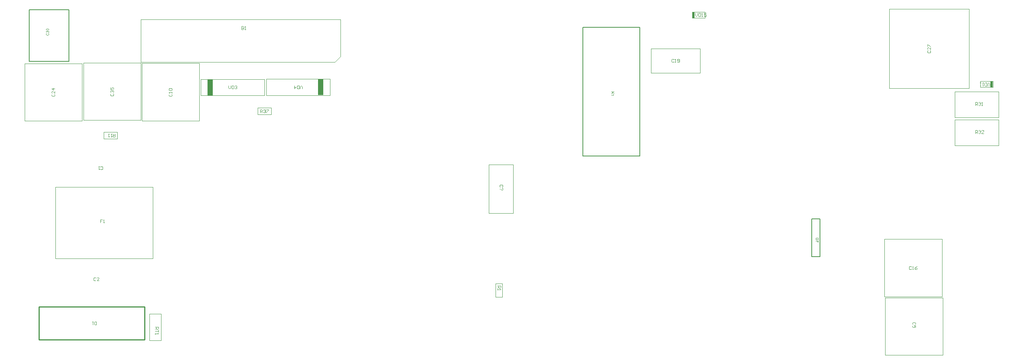
<source format=gbr>
%TF.GenerationSoftware,Altium Limited,Altium Designer,24.3.1 (35)*%
G04 Layer_Color=32768*
%FSLAX43Y43*%
%MOMM*%
%TF.SameCoordinates,2EF1D394-34E5-4190-8ABA-250447B0B6E5*%
%TF.FilePolarity,Positive*%
%TF.FileFunction,Other,Top_Assembly*%
%TF.Part,Single*%
G01*
G75*
%TA.AperFunction,NonConductor*%
%ADD88C,0.200*%
%ADD91C,0.254*%
%ADD129C,0.100*%
%ADD136R,0.575X1.375*%
%ADD137R,1.300X3.675*%
G36*
X12202Y74477D02*
X12213D01*
X12225Y74476D01*
X12238Y74475D01*
X12268Y74473D01*
X12298Y74468D01*
X12328Y74463D01*
X12342Y74459D01*
X12356Y74454D01*
X12357D01*
X12359Y74453D01*
X12362Y74451D01*
X12367Y74450D01*
X12373Y74448D01*
X12380Y74444D01*
X12396Y74437D01*
X12412Y74427D01*
X12431Y74415D01*
X12447Y74402D01*
X12463Y74385D01*
Y74384D01*
X12465Y74383D01*
X12467Y74380D01*
X12469Y74377D01*
X12471Y74372D01*
X12475Y74367D01*
X12482Y74353D01*
X12488Y74337D01*
X12494Y74317D01*
X12498Y74294D01*
X12500Y74269D01*
Y74260D01*
X12499Y74254D01*
X12498Y74246D01*
X12496Y74237D01*
X12494Y74227D01*
X12492Y74216D01*
X12488Y74205D01*
X12484Y74193D01*
X12479Y74181D01*
X12472Y74169D01*
X12465Y74157D01*
X12456Y74144D01*
X12445Y74133D01*
X12434Y74123D01*
X12433Y74122D01*
X12431Y74120D01*
X12426Y74118D01*
X12419Y74113D01*
X12410Y74108D01*
X12399Y74104D01*
X12386Y74097D01*
X12372Y74092D01*
X12355Y74086D01*
X12335Y74081D01*
X12314Y74075D01*
X12290Y74071D01*
X12264Y74066D01*
X12237Y74063D01*
X12206Y74061D01*
X12174Y74060D01*
X12173D01*
X12169D01*
X12163D01*
X12155D01*
X12145Y74061D01*
X12134D01*
X12122Y74062D01*
X12108Y74063D01*
X12079Y74066D01*
X12049Y74071D01*
X12018Y74076D01*
X12004Y74080D01*
X11991Y74083D01*
X11990D01*
X11988Y74084D01*
X11984Y74086D01*
X11979Y74088D01*
X11973Y74090D01*
X11967Y74094D01*
X11951Y74101D01*
X11934Y74110D01*
X11917Y74122D01*
X11899Y74136D01*
X11884Y74153D01*
Y74154D01*
X11882Y74155D01*
X11881Y74157D01*
X11879Y74161D01*
X11875Y74166D01*
X11872Y74171D01*
X11865Y74185D01*
X11858Y74202D01*
X11852Y74221D01*
X11848Y74244D01*
X11846Y74269D01*
Y74278D01*
X11847Y74288D01*
X11849Y74300D01*
X11852Y74314D01*
X11856Y74328D01*
X11860Y74344D01*
X11868Y74359D01*
Y74360D01*
X11869Y74361D01*
X11871Y74365D01*
X11876Y74373D01*
X11882Y74382D01*
X11892Y74392D01*
X11902Y74403D01*
X11914Y74414D01*
X11928Y74424D01*
X11930Y74425D01*
X11934Y74428D01*
X11943Y74432D01*
X11955Y74438D01*
X11968Y74444D01*
X11984Y74451D01*
X12003Y74458D01*
X12023Y74463D01*
X12024D01*
X12026Y74464D01*
X12028Y74465D01*
X12033Y74466D01*
X12039Y74467D01*
X12045Y74468D01*
X12053Y74470D01*
X12063Y74471D01*
X12073Y74473D01*
X12084Y74474D01*
X12097Y74475D01*
X12110Y74476D01*
X12125Y74477D01*
X12139D01*
X12156Y74478D01*
X12174D01*
X12175D01*
X12178D01*
X12185D01*
X12192D01*
X12202Y74477D01*
D02*
G37*
G36*
X12314Y73982D02*
X12322Y73981D01*
X12330Y73979D01*
X12339Y73977D01*
X12349Y73975D01*
X12372Y73968D01*
X12384Y73962D01*
X12395Y73957D01*
X12407Y73949D01*
X12419Y73941D01*
X12431Y73932D01*
X12442Y73921D01*
X12443Y73920D01*
X12445Y73918D01*
X12447Y73914D01*
X12451Y73910D01*
X12456Y73904D01*
X12460Y73897D01*
X12466Y73888D01*
X12470Y73878D01*
X12476Y73868D01*
X12482Y73856D01*
X12486Y73844D01*
X12491Y73830D01*
X12494Y73815D01*
X12497Y73800D01*
X12499Y73784D01*
X12500Y73766D01*
Y73758D01*
X12499Y73752D01*
X12498Y73745D01*
X12497Y73737D01*
X12495Y73728D01*
X12494Y73717D01*
X12488Y73695D01*
X12479Y73672D01*
X12473Y73660D01*
X12467Y73649D01*
X12458Y73638D01*
X12450Y73627D01*
X12449Y73626D01*
X12447Y73624D01*
X12445Y73621D01*
X12441Y73618D01*
X12436Y73614D01*
X12430Y73609D01*
X12423Y73604D01*
X12415Y73598D01*
X12406Y73593D01*
X12396Y73587D01*
X12374Y73577D01*
X12348Y73568D01*
X12335Y73566D01*
X12320Y73564D01*
X12310Y73642D01*
X12310D01*
X12312Y73643D01*
X12316Y73644D01*
X12321Y73645D01*
X12326Y73646D01*
X12333Y73648D01*
X12347Y73653D01*
X12363Y73659D01*
X12379Y73667D01*
X12394Y73677D01*
X12407Y73688D01*
X12408Y73690D01*
X12411Y73693D01*
X12416Y73701D01*
X12420Y73710D01*
X12426Y73721D01*
X12431Y73735D01*
X12434Y73751D01*
X12435Y73767D01*
Y73773D01*
X12434Y73777D01*
X12433Y73787D01*
X12431Y73800D01*
X12426Y73814D01*
X12420Y73830D01*
X12410Y73846D01*
X12397Y73861D01*
X12396Y73862D01*
X12390Y73867D01*
X12382Y73873D01*
X12371Y73880D01*
X12357Y73887D01*
X12341Y73893D01*
X12323Y73898D01*
X12302Y73899D01*
X12301D01*
X12299D01*
X12297D01*
X12293Y73899D01*
X12283Y73898D01*
X12271Y73895D01*
X12256Y73891D01*
X12241Y73885D01*
X12226Y73875D01*
X12212Y73863D01*
X12211Y73862D01*
X12207Y73857D01*
X12201Y73850D01*
X12195Y73839D01*
X12188Y73826D01*
X12183Y73811D01*
X12179Y73793D01*
X12177Y73774D01*
Y73765D01*
X12178Y73759D01*
X12179Y73751D01*
X12181Y73741D01*
X12183Y73730D01*
X12186Y73718D01*
X12116Y73728D01*
Y73732D01*
X12117Y73736D01*
Y73748D01*
X12115Y73758D01*
X12114Y73770D01*
X12111Y73784D01*
X12106Y73800D01*
X12100Y73814D01*
X12091Y73830D01*
Y73831D01*
X12090Y73832D01*
X12087Y73837D01*
X12080Y73843D01*
X12072Y73850D01*
X12060Y73858D01*
X12046Y73864D01*
X12030Y73869D01*
X12021Y73871D01*
X12011D01*
X12010D01*
X12009D01*
X12004D01*
X11996Y73869D01*
X11986Y73867D01*
X11975Y73863D01*
X11963Y73859D01*
X11951Y73851D01*
X11940Y73841D01*
X11939Y73840D01*
X11935Y73836D01*
X11930Y73829D01*
X11925Y73821D01*
X11920Y73810D01*
X11916Y73797D01*
X11912Y73782D01*
X11911Y73765D01*
Y73758D01*
X11913Y73750D01*
X11915Y73739D01*
X11918Y73727D01*
X11923Y73715D01*
X11930Y73702D01*
X11940Y73690D01*
X11941Y73689D01*
X11945Y73685D01*
X11952Y73679D01*
X11961Y73673D01*
X11973Y73666D01*
X11988Y73660D01*
X12005Y73654D01*
X12026Y73651D01*
X12012Y73572D01*
X12011D01*
X12008Y73573D01*
X12004Y73574D01*
X11999Y73575D01*
X11992Y73577D01*
X11985Y73580D01*
X11967Y73585D01*
X11947Y73594D01*
X11927Y73605D01*
X11907Y73619D01*
X11890Y73637D01*
X11889Y73638D01*
X11888Y73640D01*
X11886Y73642D01*
X11883Y73646D01*
X11880Y73651D01*
X11876Y73657D01*
X11872Y73664D01*
X11868Y73672D01*
X11860Y73691D01*
X11853Y73712D01*
X11848Y73737D01*
X11846Y73750D01*
Y73773D01*
X11847Y73783D01*
X11849Y73795D01*
X11852Y73810D01*
X11857Y73826D01*
X11862Y73843D01*
X11869Y73860D01*
Y73861D01*
X11870Y73862D01*
X11873Y73867D01*
X11879Y73875D01*
X11885Y73885D01*
X11894Y73896D01*
X11905Y73907D01*
X11917Y73918D01*
X11930Y73927D01*
X11932Y73928D01*
X11937Y73931D01*
X11945Y73935D01*
X11955Y73939D01*
X11967Y73944D01*
X11981Y73948D01*
X11997Y73950D01*
X12013Y73951D01*
X12015D01*
X12020D01*
X12028Y73950D01*
X12038Y73948D01*
X12050Y73946D01*
X12063Y73941D01*
X12076Y73936D01*
X12089Y73928D01*
X12090Y73927D01*
X12094Y73924D01*
X12101Y73919D01*
X12108Y73911D01*
X12116Y73902D01*
X12126Y73891D01*
X12134Y73878D01*
X12142Y73862D01*
Y73863D01*
X12143Y73865D01*
X12144Y73868D01*
X12145Y73872D01*
X12149Y73882D01*
X12154Y73895D01*
X12162Y73910D01*
X12171Y73924D01*
X12183Y73938D01*
X12197Y73951D01*
X12199Y73952D01*
X12204Y73956D01*
X12213Y73961D01*
X12225Y73967D01*
X12240Y73973D01*
X12258Y73978D01*
X12278Y73982D01*
X12300Y73983D01*
X12301D01*
X12304D01*
X12309D01*
X12314Y73982D01*
D02*
G37*
G36*
X12291Y73490D02*
X12297Y73488D01*
X12304Y73485D01*
X12312Y73482D01*
X12323Y73479D01*
X12334Y73474D01*
X12346Y73469D01*
X12372Y73456D01*
X12397Y73439D01*
X12410Y73429D01*
X12423Y73419D01*
X12434Y73408D01*
X12445Y73395D01*
X12446Y73394D01*
X12448Y73392D01*
X12450Y73387D01*
X12454Y73383D01*
X12458Y73375D01*
X12463Y73368D01*
X12468Y73358D01*
X12472Y73348D01*
X12478Y73335D01*
X12482Y73323D01*
X12487Y73309D01*
X12492Y73294D01*
X12495Y73278D01*
X12497Y73262D01*
X12499Y73244D01*
X12500Y73225D01*
Y73215D01*
X12499Y73208D01*
Y73200D01*
X12498Y73189D01*
X12496Y73178D01*
X12494Y73165D01*
X12490Y73139D01*
X12482Y73111D01*
X12472Y73083D01*
X12466Y73070D01*
X12458Y73057D01*
X12457Y73056D01*
X12457Y73054D01*
X12454Y73051D01*
X12450Y73047D01*
X12446Y73041D01*
X12441Y73035D01*
X12434Y73028D01*
X12427Y73020D01*
X12419Y73013D01*
X12410Y73005D01*
X12389Y72988D01*
X12364Y72972D01*
X12336Y72958D01*
X12335D01*
X12333Y72956D01*
X12328Y72955D01*
X12323Y72953D01*
X12315Y72951D01*
X12306Y72948D01*
X12296Y72944D01*
X12285Y72942D01*
X12273Y72939D01*
X12259Y72935D01*
X12230Y72931D01*
X12198Y72927D01*
X12164Y72925D01*
X12163D01*
X12160D01*
X12154D01*
X12148Y72926D01*
X12139D01*
X12129Y72927D01*
X12117Y72928D01*
X12105Y72930D01*
X12078Y72934D01*
X12049Y72941D01*
X12019Y72950D01*
X11991Y72963D01*
X11990Y72964D01*
X11987Y72965D01*
X11983Y72967D01*
X11979Y72970D01*
X11972Y72974D01*
X11965Y72979D01*
X11948Y72991D01*
X11930Y73006D01*
X11911Y73025D01*
X11893Y73046D01*
X11877Y73071D01*
X11876Y73072D01*
X11875Y73075D01*
X11873Y73078D01*
X11870Y73083D01*
X11868Y73090D01*
X11865Y73098D01*
X11861Y73107D01*
X11857Y73117D01*
X11854Y73128D01*
X11850Y73140D01*
X11844Y73166D01*
X11840Y73196D01*
X11838Y73226D01*
Y73236D01*
X11839Y73242D01*
X11840Y73250D01*
X11841Y73261D01*
X11842Y73271D01*
X11844Y73283D01*
X11850Y73308D01*
X11858Y73335D01*
X11864Y73349D01*
X11870Y73362D01*
X11879Y73375D01*
X11887Y73388D01*
X11888Y73389D01*
X11889Y73391D01*
X11892Y73395D01*
X11896Y73399D01*
X11901Y73404D01*
X11907Y73410D01*
X11915Y73417D01*
X11922Y73424D01*
X11931Y73432D01*
X11943Y73439D01*
X11954Y73447D01*
X11966Y73455D01*
X11979Y73461D01*
X11993Y73469D01*
X12008Y73474D01*
X12025Y73480D01*
X12044Y73397D01*
X12043D01*
X12041Y73396D01*
X12038Y73394D01*
X12033Y73392D01*
X12028Y73390D01*
X12020Y73387D01*
X12005Y73380D01*
X11989Y73371D01*
X11972Y73360D01*
X11956Y73346D01*
X11943Y73331D01*
X11941Y73329D01*
X11937Y73323D01*
X11932Y73314D01*
X11926Y73302D01*
X11920Y73286D01*
X11915Y73269D01*
X11911Y73248D01*
X11910Y73225D01*
Y73217D01*
X11911Y73213D01*
Y73206D01*
X11912Y73199D01*
X11915Y73181D01*
X11918Y73162D01*
X11925Y73141D01*
X11934Y73120D01*
X11946Y73101D01*
Y73100D01*
X11948Y73099D01*
X11953Y73092D01*
X11960Y73084D01*
X11971Y73074D01*
X11985Y73062D01*
X12001Y73051D01*
X12020Y73041D01*
X12041Y73031D01*
X12042D01*
X12044Y73030D01*
X12047Y73029D01*
X12052Y73029D01*
X12057Y73027D01*
X12064Y73025D01*
X12079Y73022D01*
X12098Y73018D01*
X12118Y73015D01*
X12140Y73013D01*
X12164Y73012D01*
X12165D01*
X12168D01*
X12173D01*
X12178D01*
X12185Y73013D01*
X12193D01*
X12202Y73014D01*
X12212Y73015D01*
X12235Y73017D01*
X12259Y73022D01*
X12283Y73028D01*
X12307Y73035D01*
X12308D01*
X12310Y73036D01*
X12312Y73038D01*
X12317Y73040D01*
X12328Y73045D01*
X12341Y73053D01*
X12356Y73064D01*
X12372Y73077D01*
X12385Y73091D01*
X12398Y73109D01*
Y73110D01*
X12399Y73112D01*
X12401Y73115D01*
X12403Y73118D01*
X12405Y73123D01*
X12408Y73128D01*
X12413Y73141D01*
X12419Y73158D01*
X12423Y73176D01*
X12427Y73197D01*
X12428Y73218D01*
Y73225D01*
X12427Y73230D01*
Y73237D01*
X12426Y73243D01*
X12422Y73260D01*
X12418Y73279D01*
X12410Y73299D01*
X12400Y73319D01*
X12395Y73329D01*
X12387Y73338D01*
X12386Y73339D01*
X12385Y73340D01*
X12383Y73343D01*
X12380Y73347D01*
X12375Y73350D01*
X12370Y73355D01*
X12364Y73360D01*
X12357Y73365D01*
X12348Y73371D01*
X12339Y73377D01*
X12330Y73383D01*
X12319Y73388D01*
X12307Y73393D01*
X12294Y73397D01*
X12280Y73402D01*
X12265Y73406D01*
X12286Y73491D01*
X12287D01*
X12291Y73490D01*
D02*
G37*
G36*
X140240Y60140D02*
X139922D01*
X140240Y59824D01*
Y59708D01*
X139980Y59976D01*
X139600Y59696D01*
Y59808D01*
X139923Y60035D01*
X139822Y60140D01*
X139600D01*
Y60225D01*
X140240D01*
Y60140D01*
D02*
G37*
G36*
X140082Y59596D02*
X140084Y59594D01*
X140084Y59591D01*
X140087Y59586D01*
X140090Y59581D01*
X140094Y59574D01*
X140103Y59558D01*
X140113Y59540D01*
X140126Y59521D01*
X140141Y59502D01*
X140157Y59483D01*
X140158Y59482D01*
X140158Y59481D01*
X140161Y59478D01*
X140164Y59474D01*
X140173Y59466D01*
X140184Y59455D01*
X140197Y59444D01*
X140212Y59432D01*
X140227Y59422D01*
X140243Y59412D01*
Y59361D01*
X139600D01*
Y59440D01*
X140100D01*
X140099Y59441D01*
X140096Y59446D01*
X140090Y59451D01*
X140084Y59460D01*
X140075Y59471D01*
X140066Y59484D01*
X140056Y59498D01*
X140046Y59515D01*
Y59516D01*
X140045Y59517D01*
X140041Y59522D01*
X140036Y59532D01*
X140031Y59543D01*
X140024Y59556D01*
X140018Y59569D01*
X140011Y59583D01*
X140006Y59597D01*
X140082D01*
Y59596D01*
D02*
G37*
G36*
X186440Y26904D02*
X186439Y26887D01*
X186438Y26869D01*
X186436Y26850D01*
X186433Y26832D01*
X186431Y26816D01*
Y26815D01*
X186430Y26813D01*
Y26811D01*
X186428Y26807D01*
X186425Y26797D01*
X186420Y26784D01*
X186414Y26769D01*
X186406Y26753D01*
X186396Y26738D01*
X186384Y26723D01*
X186383Y26722D01*
X186382Y26721D01*
X186380Y26718D01*
X186377Y26715D01*
X186368Y26705D01*
X186355Y26694D01*
X186339Y26682D01*
X186321Y26669D01*
X186299Y26657D01*
X186275Y26647D01*
X186274D01*
X186272Y26646D01*
X186269Y26644D01*
X186263Y26643D01*
X186257Y26641D01*
X186249Y26639D01*
X186241Y26637D01*
X186231Y26634D01*
X186221Y26631D01*
X186209Y26629D01*
X186183Y26625D01*
X186154Y26622D01*
X186123Y26621D01*
X186122D01*
X186120D01*
X186115D01*
X186111D01*
X186104Y26622D01*
X186097D01*
X186079Y26623D01*
X186059Y26626D01*
X186038Y26629D01*
X186015Y26633D01*
X185993Y26639D01*
X185992D01*
X185990Y26640D01*
X185988Y26641D01*
X185984Y26642D01*
X185974Y26645D01*
X185961Y26651D01*
X185946Y26656D01*
X185931Y26664D01*
X185916Y26673D01*
X185901Y26682D01*
X185899Y26683D01*
X185894Y26687D01*
X185888Y26692D01*
X185880Y26700D01*
X185870Y26708D01*
X185861Y26718D01*
X185851Y26728D01*
X185843Y26740D01*
X185842Y26742D01*
X185839Y26746D01*
X185835Y26752D01*
X185831Y26762D01*
X185825Y26773D01*
X185820Y26786D01*
X185815Y26801D01*
X185810Y26817D01*
Y26819D01*
X185809Y26822D01*
X185808Y26825D01*
X185807Y26834D01*
X185806Y26847D01*
X185804Y26862D01*
X185802Y26879D01*
X185801Y26899D01*
X185800Y26920D01*
Y27150D01*
X186440D01*
Y26904D01*
D02*
G37*
G36*
X186431Y26117D02*
X186370D01*
X186369Y26118D01*
X186367Y26120D01*
X186363Y26124D01*
X186357Y26127D01*
X186351Y26133D01*
X186344Y26140D01*
X186334Y26148D01*
X186323Y26156D01*
X186312Y26164D01*
X186299Y26175D01*
X186284Y26185D01*
X186270Y26195D01*
X186253Y26206D01*
X186235Y26217D01*
X186216Y26228D01*
X186197Y26239D01*
X186196Y26240D01*
X186192Y26242D01*
X186186Y26245D01*
X186178Y26249D01*
X186168Y26254D01*
X186157Y26260D01*
X186144Y26266D01*
X186129Y26273D01*
X186112Y26280D01*
X186096Y26288D01*
X186077Y26296D01*
X186058Y26303D01*
X186018Y26318D01*
X185976Y26332D01*
X185975D01*
X185972Y26333D01*
X185967Y26334D01*
X185962Y26335D01*
X185954Y26337D01*
X185945Y26339D01*
X185935Y26342D01*
X185924Y26344D01*
X185911Y26347D01*
X185897Y26349D01*
X185867Y26354D01*
X185835Y26359D01*
X185800Y26361D01*
Y26442D01*
X185801D01*
X185804D01*
X185807D01*
X185813Y26441D01*
X185820D01*
X185830Y26440D01*
X185840Y26439D01*
X185851Y26438D01*
X185864Y26436D01*
X185877Y26434D01*
X185892Y26432D01*
X185908Y26429D01*
X185925Y26426D01*
X185943Y26422D01*
X185981Y26413D01*
X185982D01*
X185986Y26412D01*
X185991Y26410D01*
X186000Y26408D01*
X186009Y26405D01*
X186020Y26401D01*
X186033Y26397D01*
X186047Y26392D01*
X186063Y26386D01*
X186078Y26381D01*
X186113Y26367D01*
X186150Y26350D01*
X186187Y26332D01*
X186188Y26331D01*
X186192Y26329D01*
X186197Y26326D01*
X186204Y26323D01*
X186212Y26318D01*
X186223Y26311D01*
X186234Y26305D01*
X186246Y26298D01*
X186272Y26280D01*
X186300Y26262D01*
X186329Y26240D01*
X186356Y26218D01*
Y26531D01*
X186431D01*
Y26117D01*
D02*
G37*
%LPC*%
G36*
X12202Y74398D02*
X12174D01*
X12173D01*
X12172D01*
X12167D01*
X12159D01*
X12148Y74397D01*
X12136D01*
X12121Y74396D01*
X12105Y74395D01*
X12088Y74393D01*
X12053Y74389D01*
X12035Y74386D01*
X12018Y74382D01*
X12003Y74378D01*
X11988Y74373D01*
X11975Y74367D01*
X11964Y74361D01*
X11963D01*
X11962Y74359D01*
X11959Y74357D01*
X11955Y74354D01*
X11947Y74346D01*
X11937Y74336D01*
X11928Y74322D01*
X11919Y74306D01*
X11916Y74298D01*
X11913Y74289D01*
X11912Y74279D01*
X11911Y74268D01*
Y74263D01*
X11912Y74259D01*
X11914Y74249D01*
X11917Y74237D01*
X11922Y74223D01*
X11930Y74208D01*
X11936Y74201D01*
X11942Y74193D01*
X11949Y74187D01*
X11957Y74181D01*
X11958D01*
X11960Y74179D01*
X11964Y74177D01*
X11968Y74174D01*
X11976Y74171D01*
X11984Y74168D01*
X11994Y74165D01*
X12006Y74161D01*
X12020Y74157D01*
X12036Y74154D01*
X12053Y74150D01*
X12073Y74147D01*
X12095Y74144D01*
X12119Y74143D01*
X12145Y74142D01*
X12174Y74141D01*
X12175D01*
X12180D01*
X12188D01*
X12200Y74142D01*
X12212D01*
X12226Y74143D01*
X12242Y74144D01*
X12259Y74145D01*
X12295Y74150D01*
X12312Y74153D01*
X12329Y74157D01*
X12345Y74160D01*
X12359Y74166D01*
X12372Y74171D01*
X12384Y74178D01*
X12384D01*
X12385Y74180D01*
X12392Y74184D01*
X12400Y74193D01*
X12409Y74203D01*
X12419Y74217D01*
X12427Y74232D01*
X12433Y74250D01*
X12434Y74259D01*
X12435Y74269D01*
Y74275D01*
X12434Y74279D01*
X12433Y74288D01*
X12429Y74301D01*
X12422Y74315D01*
X12413Y74330D01*
X12408Y74338D01*
X12400Y74345D01*
X12393Y74353D01*
X12384Y74360D01*
X12383D01*
X12381Y74362D01*
X12378Y74364D01*
X12373Y74365D01*
X12367Y74369D01*
X12359Y74372D01*
X12349Y74376D01*
X12338Y74379D01*
X12324Y74382D01*
X12310Y74386D01*
X12292Y74389D01*
X12274Y74392D01*
X12251Y74394D01*
X12228Y74396D01*
X12202Y74398D01*
D02*
G37*
G36*
X186364Y27065D02*
X185876D01*
Y26913D01*
X185877Y26907D01*
X185878Y26893D01*
X185879Y26877D01*
X185880Y26861D01*
X185883Y26844D01*
X185887Y26830D01*
X185888Y26828D01*
X185889Y26824D01*
X185892Y26817D01*
X185895Y26809D01*
X185901Y26800D01*
X185906Y26790D01*
X185913Y26781D01*
X185920Y26772D01*
X185922Y26771D01*
X185926Y26767D01*
X185932Y26762D01*
X185941Y26755D01*
X185953Y26748D01*
X185967Y26740D01*
X185983Y26732D01*
X186001Y26726D01*
X186002D01*
X186003Y26725D01*
X186006Y26724D01*
X186010Y26723D01*
X186014Y26722D01*
X186021Y26720D01*
X186027Y26718D01*
X186035Y26716D01*
X186053Y26714D01*
X186075Y26711D01*
X186099Y26709D01*
X186125Y26708D01*
X186125D01*
X186129D01*
X186134D01*
X186141Y26709D01*
X186149D01*
X186159Y26710D01*
X186170Y26711D01*
X186181Y26712D01*
X186206Y26716D01*
X186232Y26722D01*
X186256Y26730D01*
X186268Y26736D01*
X186278Y26741D01*
X186279D01*
X186281Y26743D01*
X186284Y26745D01*
X186287Y26747D01*
X186296Y26754D01*
X186308Y26764D01*
X186320Y26776D01*
X186332Y26789D01*
X186342Y26805D01*
X186350Y26822D01*
X186351Y26824D01*
X186352Y26828D01*
X186355Y26837D01*
X186357Y26849D01*
X186359Y26863D01*
X186362Y26882D01*
X186363Y26893D01*
Y26905D01*
X186364Y26917D01*
Y27065D01*
D02*
G37*
%LPD*%
D88*
X8000Y67125D02*
Y78725D01*
X17000D01*
Y67125D02*
Y78725D01*
X8000Y67125D02*
X17000D01*
X146050Y45625D02*
Y74825D01*
X133150Y45625D02*
X146050D01*
X133150D02*
Y74825D01*
X146050D01*
X184850Y31425D02*
X186750D01*
X184850Y22875D02*
Y31425D01*
Y22875D02*
X186750D01*
Y31425D01*
D91*
X34125Y4100D02*
Y11500D01*
X10225Y4100D02*
X34125D01*
X10225D02*
Y11500D01*
X34125D01*
D129*
X111950Y43750D02*
X117400D01*
X111950Y32675D02*
X117400D01*
Y43750D01*
X111950Y32675D02*
Y43750D01*
X217259Y48051D02*
Y53876D01*
X227134Y48051D02*
Y53876D01*
X217259D02*
X227134D01*
X217259Y48051D02*
X227134D01*
X202425Y60975D02*
X220425D01*
X202425D02*
Y78975D01*
X220425Y60975D02*
Y78975D01*
X202425D02*
X220425D01*
X217259Y54401D02*
X227134D01*
X217259Y60226D02*
X227134D01*
Y54401D02*
Y60226D01*
X217259Y54401D02*
Y60226D01*
X214350Y13825D02*
Y26825D01*
X201350Y13825D02*
X214350D01*
X201350Y26825D02*
X214350D01*
X201350Y13825D02*
Y26825D01*
X222975Y62575D02*
X225850D01*
X222975Y61225D02*
X225850D01*
X222975D02*
Y62575D01*
X225850Y61225D02*
Y62575D01*
X201500Y13600D02*
X214500D01*
Y600D02*
Y13600D01*
X201500Y600D02*
Y13600D01*
Y600D02*
X214500D01*
X6975Y53600D02*
X19975D01*
X6975D02*
Y66600D01*
X19975Y53600D02*
Y66600D01*
X6975D02*
X19975D01*
X27949Y49538D02*
Y51062D01*
X24901Y49538D02*
Y51062D01*
Y49538D02*
X27949D01*
X24901Y51062D02*
X27949D01*
X33475Y53625D02*
X46475D01*
X33475D02*
Y66625D01*
X46475Y53625D02*
Y66625D01*
X33475D02*
X46475D01*
X20275Y66750D02*
X33275D01*
Y53750D02*
Y66750D01*
X20275Y53750D02*
Y66750D01*
Y53750D02*
X33275D01*
X33241Y66925D02*
Y76600D01*
X78391D01*
X33241Y66925D02*
X77141D01*
X78391Y68175D01*
Y76600D01*
X113470Y13785D02*
Y16833D01*
X114994Y13785D02*
Y16833D01*
X113470Y13785D02*
X114994D01*
X113470Y16833D02*
X114994D01*
X13925Y22450D02*
Y38650D01*
X35975Y22450D02*
Y38650D01*
X13925D02*
X35975D01*
X13925Y22450D02*
X35975D01*
X35200Y9950D02*
X37800D01*
X35200Y3950D02*
X37800D01*
Y9950D01*
X35200Y3950D02*
Y9950D01*
X59701Y55063D02*
X62749D01*
X59701Y56587D02*
X62749D01*
Y55063D02*
Y56587D01*
X59701Y55063D02*
Y56587D01*
X148600Y64500D02*
X159675D01*
X148600Y69950D02*
X159675D01*
Y64500D02*
Y69950D01*
X148600Y64500D02*
Y69950D01*
X46841Y59375D02*
Y63050D01*
Y59375D02*
X61191D01*
Y60462D02*
Y61962D01*
Y59375D02*
Y60462D01*
Y61962D02*
Y63050D01*
X46841D02*
X61191D01*
X61641Y59400D02*
X75991D01*
X61641D02*
Y60487D01*
Y61987D02*
Y63075D01*
Y60487D02*
Y61987D01*
Y63075D02*
X75991D01*
Y59400D02*
Y63075D01*
X157875Y76925D02*
Y78275D01*
X160750Y76925D02*
Y78275D01*
X157875D02*
X160750D01*
X157875Y76925D02*
X160750D01*
X114933Y38658D02*
X115050Y38775D01*
Y39008D01*
X114933Y39125D01*
X114467D01*
X114350Y39008D01*
Y38775D01*
X114467Y38658D01*
X114933Y38425D02*
X115050Y38309D01*
Y38075D01*
X114933Y37959D01*
X114817D01*
X114583Y38192D01*
X114467D02*
X114350D01*
X221884Y50776D02*
Y51476D01*
X222234D01*
X222351Y51359D01*
Y51126D01*
X222234Y51009D01*
X221884D01*
X222117D02*
X222351Y50776D01*
X222584Y51359D02*
X222701Y51476D01*
X222934D01*
X223050Y51359D01*
Y51243D01*
X222934Y51126D01*
X222817D01*
X222934D01*
X223050Y51009D01*
Y50893D01*
X222934Y50776D01*
X222701D01*
X222584Y50893D01*
X223750Y50776D02*
X223284D01*
X223750Y51243D01*
Y51359D01*
X223634Y51476D01*
X223400D01*
X223284Y51359D01*
X211167Y69517D02*
X211050Y69400D01*
Y69167D01*
X211167Y69050D01*
X211633D01*
X211750Y69167D01*
Y69400D01*
X211633Y69517D01*
X211750Y70216D02*
Y69750D01*
X211283Y70216D01*
X211167D01*
X211050Y70100D01*
Y69866D01*
X211167Y69750D01*
X211050Y70450D02*
Y70916D01*
X211167D01*
X211633Y70450D01*
X211750D01*
X221884Y57126D02*
Y57826D01*
X222234D01*
X222351Y57709D01*
Y57476D01*
X222234Y57359D01*
X221884D01*
X222117D02*
X222351Y57126D01*
X222584Y57709D02*
X222701Y57826D01*
X222934D01*
X223050Y57709D01*
Y57592D01*
X222934Y57476D01*
X222817D01*
X222934D01*
X223050Y57359D01*
Y57243D01*
X222934Y57126D01*
X222701D01*
X222584Y57243D01*
X223284Y57126D02*
X223517D01*
X223400D01*
Y57826D01*
X223284Y57709D01*
X207392Y20583D02*
X207275Y20700D01*
X207042D01*
X206925Y20583D01*
Y20117D01*
X207042Y20000D01*
X207275D01*
X207392Y20117D01*
X207625Y20000D02*
X207858D01*
X207741D01*
Y20700D01*
X207625Y20583D01*
X208674Y20700D02*
X208441Y20583D01*
X208208Y20350D01*
Y20117D01*
X208325Y20000D01*
X208558D01*
X208674Y20117D01*
Y20233D01*
X208558Y20350D01*
X208208D01*
X225125Y61525D02*
Y61992D01*
X224892Y62225D01*
X224658Y61992D01*
Y61525D01*
X224425D02*
Y62225D01*
X224075D01*
X223959Y62108D01*
Y61642D01*
X224075Y61525D01*
X224425D01*
X223725Y62225D02*
X223492D01*
X223609D01*
Y61525D01*
X223725Y61642D01*
X223142Y62225D02*
X222909D01*
X223026D01*
Y61525D01*
X223142Y61642D01*
X23200Y7450D02*
Y8150D01*
X22850D01*
X22733Y8033D01*
Y7567D01*
X22850Y7450D01*
X23200D01*
X22500Y8150D02*
X22267D01*
X22384D01*
Y7450D01*
X22500Y7567D01*
X208258Y7558D02*
X208375Y7675D01*
Y7908D01*
X208258Y8025D01*
X207792D01*
X207675Y7908D01*
Y7675D01*
X207792Y7558D01*
X208375Y6859D02*
Y7325D01*
X208025D01*
X208142Y7092D01*
Y6975D01*
X208025Y6859D01*
X207792D01*
X207675Y6975D01*
Y7209D01*
X207792Y7325D01*
X13217Y59642D02*
X13100Y59525D01*
Y59292D01*
X13217Y59175D01*
X13683D01*
X13800Y59292D01*
Y59525D01*
X13683Y59642D01*
X13800Y60341D02*
Y59875D01*
X13333Y60341D01*
X13217D01*
X13100Y60225D01*
Y59991D01*
X13217Y59875D01*
X13800Y60924D02*
X13100D01*
X13450Y60575D01*
Y61041D01*
X27400Y50650D02*
Y49950D01*
X27050D01*
X26933Y50067D01*
Y50300D01*
X27050Y50417D01*
X27400D01*
X27167D02*
X26933Y50650D01*
X26700D02*
X26467D01*
X26584D01*
Y49950D01*
X26700Y50067D01*
X26117Y50650D02*
X25884D01*
X26000D01*
Y49950D01*
X26117Y50067D01*
X39717Y59667D02*
X39600Y59550D01*
Y59317D01*
X39717Y59200D01*
X40183D01*
X40300Y59317D01*
Y59550D01*
X40183Y59667D01*
X40300Y59900D02*
Y60133D01*
Y60016D01*
X39600D01*
X39717Y59900D01*
Y60483D02*
X39600Y60600D01*
Y60833D01*
X39717Y60949D01*
X40183D01*
X40300Y60833D01*
Y60600D01*
X40183Y60483D01*
X39717D01*
X26517Y59792D02*
X26400Y59675D01*
Y59442D01*
X26517Y59325D01*
X26983D01*
X27100Y59442D01*
Y59675D01*
X26983Y59792D01*
X26517Y60025D02*
X26400Y60141D01*
Y60375D01*
X26517Y60491D01*
X26633D01*
X26750Y60375D01*
Y60258D01*
Y60375D01*
X26867Y60491D01*
X26983D01*
X27100Y60375D01*
Y60141D01*
X26983Y60025D01*
X26400Y61191D02*
Y60725D01*
X26750D01*
X26633Y60958D01*
Y61074D01*
X26750Y61191D01*
X26983D01*
X27100Y61074D01*
Y60841D01*
X26983Y60725D01*
X56041Y75000D02*
Y74300D01*
X56391D01*
X56508Y74417D01*
Y74533D01*
X56391Y74650D01*
X56041D01*
X56391D01*
X56508Y74767D01*
Y74883D01*
X56391Y75000D01*
X56041D01*
X56741Y74300D02*
X56974D01*
X56857D01*
Y75000D01*
X56741Y74883D01*
X113882Y16284D02*
X114582D01*
Y15934D01*
X114465Y15817D01*
X114232D01*
X114115Y15934D01*
Y16284D01*
Y16051D02*
X113882Y15817D01*
Y15584D02*
Y15351D01*
Y15468D01*
X114582D01*
X114465Y15584D01*
X24542Y31300D02*
X24075D01*
Y30950D01*
X24308D01*
X24075D01*
Y30600D01*
X24775D02*
X25008D01*
X24891D01*
Y31300D01*
X24775Y31183D01*
X36500Y6950D02*
X37200D01*
Y6600D01*
X37083Y6483D01*
X36850D01*
X36733Y6600D01*
Y6950D01*
Y6717D02*
X36500Y6483D01*
X37200Y6250D02*
Y5784D01*
Y6017D01*
X36500D01*
Y5550D02*
Y5317D01*
Y5434D01*
X37200D01*
X37083Y5550D01*
X24133Y42717D02*
X24250Y42600D01*
X24483D01*
X24600Y42717D01*
Y43183D01*
X24483Y43300D01*
X24250D01*
X24133Y43183D01*
X23900Y43300D02*
X23667D01*
X23784D01*
Y42600D01*
X23900Y42717D01*
X23092Y18058D02*
X22975Y18175D01*
X22742D01*
X22625Y18058D01*
Y17592D01*
X22742Y17475D01*
X22975D01*
X23092Y17592D01*
X23791Y17475D02*
X23325D01*
X23791Y17942D01*
Y18058D01*
X23675Y18175D01*
X23441D01*
X23325Y18058D01*
X60250Y55475D02*
Y56175D01*
X60600D01*
X60717Y56058D01*
Y55825D01*
X60600Y55708D01*
X60250D01*
X60483D02*
X60717Y55475D01*
X60950Y56058D02*
X61066Y56175D01*
X61300D01*
X61416Y56058D01*
Y55942D01*
X61300Y55825D01*
X61183D01*
X61300D01*
X61416Y55708D01*
Y55592D01*
X61300Y55475D01*
X61066D01*
X60950Y55592D01*
X61650Y56175D02*
X62116D01*
Y56058D01*
X61650Y55592D01*
Y55475D01*
X153692Y67483D02*
X153575Y67600D01*
X153342D01*
X153225Y67483D01*
Y67017D01*
X153342Y66900D01*
X153575D01*
X153692Y67017D01*
X153925Y66900D02*
X154158D01*
X154041D01*
Y67600D01*
X153925Y67483D01*
X154508Y67017D02*
X154625Y66900D01*
X154858D01*
X154974Y67017D01*
Y67483D01*
X154858Y67600D01*
X154625D01*
X154508Y67483D01*
Y67367D01*
X154625Y67250D01*
X154974D01*
X53091Y61575D02*
Y61108D01*
X53324Y60875D01*
X53558Y61108D01*
Y61575D01*
X53791D02*
Y60875D01*
X54141D01*
X54257Y60992D01*
Y61458D01*
X54141Y61575D01*
X53791D01*
X54491Y61458D02*
X54607Y61575D01*
X54840D01*
X54957Y61458D01*
Y61342D01*
X54840Y61225D01*
X54724D01*
X54840D01*
X54957Y61108D01*
Y60992D01*
X54840Y60875D01*
X54607D01*
X54491Y60992D01*
X69741Y60875D02*
Y61342D01*
X69508Y61575D01*
X69274Y61342D01*
Y60875D01*
X69041D02*
Y61575D01*
X68691D01*
X68575Y61458D01*
Y60992D01*
X68691Y60875D01*
X69041D01*
X67992Y61575D02*
Y60875D01*
X68341Y61225D01*
X67875D01*
X158600Y77975D02*
Y77508D01*
X158833Y77275D01*
X159067Y77508D01*
Y77975D01*
X159300D02*
Y77275D01*
X159650D01*
X159766Y77392D01*
Y77858D01*
X159650Y77975D01*
X159300D01*
X160000Y77275D02*
X160233D01*
X160116D01*
Y77975D01*
X160000Y77858D01*
X161049Y77975D02*
X160583D01*
Y77625D01*
X160816Y77742D01*
X160933D01*
X161049Y77625D01*
Y77392D01*
X160933Y77275D01*
X160699D01*
X160583Y77392D01*
D136*
X225563Y61912D02*
D03*
X158161Y77588D02*
D03*
D137*
X48915Y61187D02*
D03*
X73917Y61263D02*
D03*
%TF.MD5,e1fcf1a00d3fe06264d8c404fdb7d50c*%
M02*

</source>
